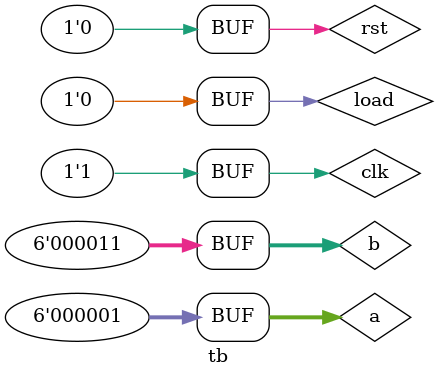
<source format=v>
`timescale 1ns / 1ps


module tb;

	// Inputs
	reg clk;
	reg rst;
	reg load;
	reg [5:0] a;
	reg [5:0] b;

	// Outputs
	wire slow_clk;
	wire [11:0] product;


	// Instantiate the Unit Under Test (UUT)
	BoothMult uut (
		.clk(clk), 
		.rst(rst), 
		.load(load), 
		.slow_clk(slow_clk), 
		.a(a), 
		.b(b), 
		.product(product)
	);

	initial begin
		// Initialize Inputs
		clk = 0;
		rst = 0;
		load = 0;
		a = 0;
		b = 0;

		// Wait 100 ns for global reset to finish
		#100;
        
		// Add stimulus here
		clk=1;
		load=1;
		a=6'b000001;
		b=6'b000011;
		#5;
		load=0;
		clk=0;
		#10
		clk=1;
		#10;
		clk=0;
		#10
		clk=1;
		#10;
		clk=0;
		#10
		clk=1;
		#10;
		clk=0;
		#10
		clk=1;
		#10;
		clk=0;
		#10
		clk=1;
		#10;
		clk=0;
		#10
		clk=1;
		#10;
		
		
		
	end
      
endmodule


</source>
